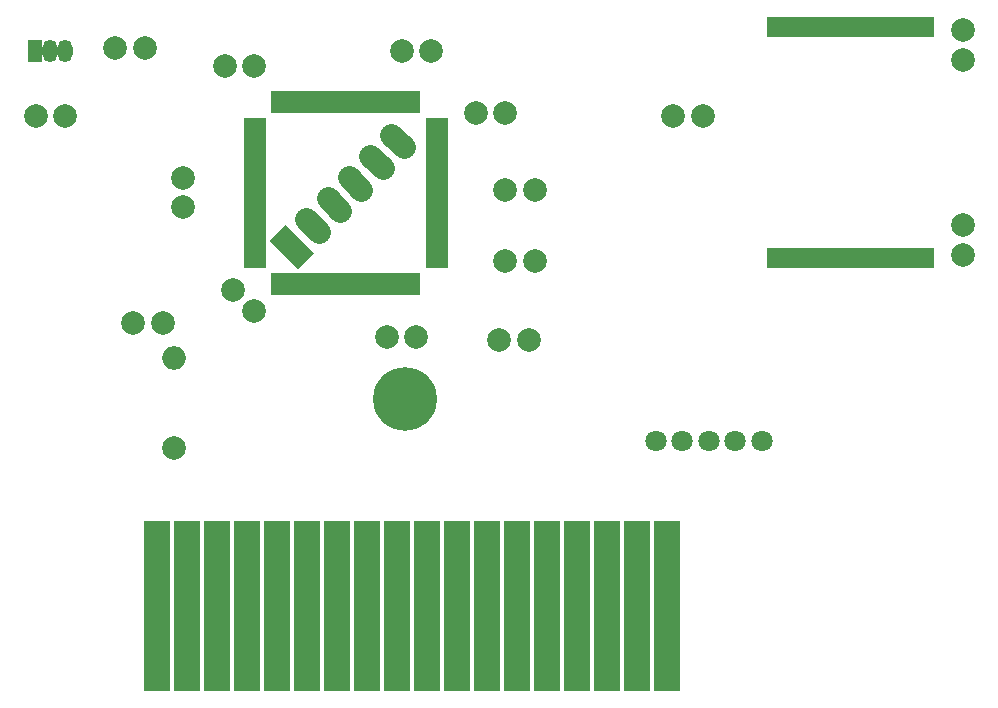
<source format=gts>
G04 #@! TF.FileFunction,Soldermask,Top*
%FSLAX46Y46*%
G04 Gerber Fmt 4.6, Leading zero omitted, Abs format (unit mm)*
G04 Created by KiCad (PCBNEW 4.0.7) date 12/03/18 22:41:55*
%MOMM*%
%LPD*%
G01*
G04 APERTURE LIST*
%ADD10C,0.100000*%
%ADD11R,0.669240X1.791920*%
%ADD12R,0.671780X1.791920*%
%ADD13R,2.180000X14.400000*%
%ADD14C,1.910000*%
%ADD15O,1.300000X1.900000*%
%ADD16R,1.300000X1.900000*%
%ADD17C,5.400000*%
%ADD18R,1.900000X0.700000*%
%ADD19R,0.700000X1.900000*%
%ADD20C,1.800000*%
%ADD21C,2.000000*%
%ADD22O,2.000000X2.000000*%
G04 APERTURE END LIST*
D10*
D11*
X173004080Y-79000000D03*
X173004080Y-98486880D03*
X173504460Y-79000000D03*
X173504460Y-98486880D03*
X174004840Y-79000000D03*
X174004840Y-98486880D03*
D12*
X174505220Y-79000000D03*
X174505220Y-98486880D03*
X175005600Y-79000000D03*
X175005600Y-98486880D03*
D11*
X175503440Y-79000000D03*
X175503440Y-98486880D03*
X176003820Y-79000000D03*
X176003820Y-98486880D03*
X176504200Y-79000000D03*
X176504200Y-98486880D03*
X177004580Y-79000000D03*
X177004580Y-98486880D03*
X177504960Y-79000000D03*
X177504960Y-98486880D03*
D12*
X178005340Y-79000000D03*
X178005340Y-98486880D03*
X178505720Y-79000000D03*
X178505720Y-98486880D03*
D11*
X179003560Y-79000000D03*
X179003560Y-98486880D03*
X179503940Y-79000000D03*
X179503940Y-98486880D03*
X180001780Y-79000000D03*
X180001780Y-98486880D03*
X180502160Y-79000000D03*
X180502160Y-98486880D03*
D12*
X181000000Y-79000000D03*
X181000000Y-98486880D03*
X181500380Y-79000000D03*
X181500380Y-98486880D03*
D11*
X182000760Y-79000000D03*
X182000760Y-98486880D03*
X182501140Y-79000000D03*
X182501140Y-98486880D03*
X183001520Y-79000000D03*
X183001520Y-98486880D03*
X183501900Y-79000000D03*
X183501900Y-98486880D03*
X184002280Y-79000000D03*
X184002280Y-98486880D03*
D12*
X184500120Y-79000000D03*
X184500120Y-98486880D03*
X185000500Y-79000000D03*
X185000500Y-98486880D03*
D11*
X185500880Y-79000000D03*
X185500880Y-98486880D03*
X186001260Y-79000000D03*
X186001260Y-98486880D03*
X186501640Y-79000000D03*
X186501640Y-98486880D03*
D13*
X164180000Y-128000000D03*
X161640000Y-128000000D03*
X159100000Y-128000000D03*
X156560000Y-128000000D03*
X154020000Y-128000000D03*
X151480000Y-128000000D03*
X148940000Y-128000000D03*
X146400000Y-128000000D03*
X143860000Y-128000000D03*
X141320000Y-128000000D03*
X138780000Y-128000000D03*
X136240000Y-128000000D03*
X133700000Y-128000000D03*
X131160000Y-128000000D03*
X128620000Y-128000000D03*
X126080000Y-128000000D03*
X123540000Y-128000000D03*
X121000000Y-128000000D03*
D10*
G36*
X132938228Y-99473006D02*
X130526994Y-97061772D01*
X131877568Y-95711198D01*
X134288802Y-98122432D01*
X132938228Y-99473006D01*
X132938228Y-99473006D01*
G37*
D14*
X133673619Y-95265721D02*
X134734279Y-96326381D01*
X135469670Y-93469670D02*
X136530330Y-94530330D01*
X137265722Y-91673618D02*
X138326382Y-92734278D01*
X139061773Y-89877567D02*
X140122433Y-90938227D01*
X140857824Y-88081516D02*
X141918484Y-89142176D01*
D15*
X112000000Y-81000000D03*
X113270000Y-81000000D03*
D16*
X110730000Y-81000000D03*
D17*
X142000000Y-110500000D03*
D18*
X129300000Y-87000000D03*
X129300000Y-87500000D03*
X129300000Y-88000000D03*
X129300000Y-88500000D03*
X129300000Y-89000000D03*
X129300000Y-89500000D03*
X129300000Y-90000000D03*
X129300000Y-90500000D03*
X129300000Y-91000000D03*
X129300000Y-91500000D03*
X129300000Y-92000000D03*
X129300000Y-92500000D03*
X129300000Y-93000000D03*
X129300000Y-93500000D03*
X129300000Y-94000000D03*
X129300000Y-94500000D03*
X129300000Y-95000000D03*
X129300000Y-95500000D03*
X129300000Y-96000000D03*
X129300000Y-96500000D03*
X129300000Y-97000000D03*
X129300000Y-97500000D03*
X129300000Y-98000000D03*
X129300000Y-98500000D03*
X129300000Y-99000000D03*
D19*
X131000000Y-100700000D03*
X131500000Y-100700000D03*
X132000000Y-100700000D03*
X132500000Y-100700000D03*
X133000000Y-100700000D03*
X133500000Y-100700000D03*
X134000000Y-100700000D03*
X134500000Y-100700000D03*
X135000000Y-100700000D03*
X135500000Y-100700000D03*
X136000000Y-100700000D03*
X136500000Y-100700000D03*
X137000000Y-100700000D03*
X137500000Y-100700000D03*
X138000000Y-100700000D03*
X138500000Y-100700000D03*
X139000000Y-100700000D03*
X139500000Y-100700000D03*
X140000000Y-100700000D03*
X140500000Y-100700000D03*
X141000000Y-100700000D03*
X141500000Y-100700000D03*
X142000000Y-100700000D03*
X142500000Y-100700000D03*
X143000000Y-100700000D03*
D18*
X144700000Y-99000000D03*
X144700000Y-98500000D03*
X144700000Y-98000000D03*
X144700000Y-97500000D03*
X144700000Y-97000000D03*
X144700000Y-96500000D03*
X144700000Y-96000000D03*
X144700000Y-95500000D03*
X144700000Y-95000000D03*
X144700000Y-94500000D03*
X144700000Y-94000000D03*
X144700000Y-93500000D03*
X144700000Y-93000000D03*
X144700000Y-92500000D03*
X144700000Y-92000000D03*
X144700000Y-91500000D03*
X144700000Y-91000000D03*
X144700000Y-90500000D03*
X144700000Y-90000000D03*
X144700000Y-89500000D03*
X144700000Y-89000000D03*
X144700000Y-88500000D03*
X144700000Y-88000000D03*
X144700000Y-87500000D03*
X144700000Y-87000000D03*
D19*
X143000000Y-85300000D03*
X142500000Y-85300000D03*
X142000000Y-85300000D03*
X141500000Y-85300000D03*
X141000000Y-85300000D03*
X140500000Y-85300000D03*
X140000000Y-85300000D03*
X139500000Y-85300000D03*
X139000000Y-85300000D03*
X138500000Y-85300000D03*
X138000000Y-85300000D03*
X137500000Y-85300000D03*
X137000000Y-85300000D03*
X136500000Y-85300000D03*
X136000000Y-85300000D03*
X135500000Y-85300000D03*
X135000000Y-85300000D03*
X134500000Y-85300000D03*
X134000000Y-85300000D03*
X133500000Y-85300000D03*
X133000000Y-85300000D03*
X132500000Y-85300000D03*
X132000000Y-85300000D03*
X131500000Y-85300000D03*
X131000000Y-85300000D03*
D20*
X165500000Y-114000000D03*
X167750000Y-114000000D03*
X170000000Y-114000000D03*
X172250000Y-114000000D03*
X163250000Y-114000000D03*
D21*
X189250000Y-98250000D03*
X189250000Y-95750000D03*
X189250000Y-79250000D03*
X189250000Y-81750000D03*
X121500000Y-104000000D03*
X119000000Y-104000000D03*
X122500000Y-114620000D03*
D22*
X122500000Y-107000000D03*
D21*
X113250000Y-86500000D03*
X110750000Y-86500000D03*
X117500000Y-80750000D03*
X120000000Y-80750000D03*
X126750000Y-82250000D03*
X129250000Y-82250000D03*
X141750000Y-81000000D03*
X144250000Y-81000000D03*
X148000000Y-86250000D03*
X150500000Y-86250000D03*
X150500000Y-98750000D03*
X153000000Y-98750000D03*
X150000000Y-105500000D03*
X152500000Y-105500000D03*
X140500000Y-105250000D03*
X143000000Y-105250000D03*
X127482233Y-101232233D03*
X129250000Y-103000000D03*
X123250000Y-94250000D03*
X123250000Y-91750000D03*
X164750000Y-86500000D03*
X167250000Y-86500000D03*
X150500000Y-92750000D03*
X153000000Y-92750000D03*
M02*

</source>
